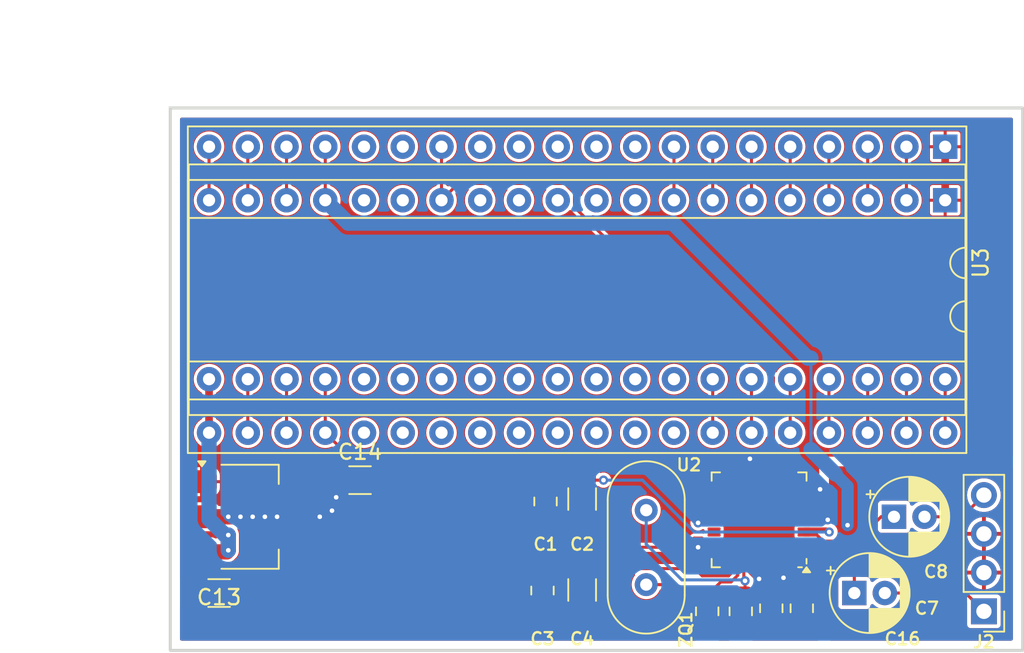
<source format=kicad_pcb>
(kicad_pcb (version 20240108) (generator "pcbnew") (generator_version "8.0")
  (layers (0 "F.Cu" signal) (31 "B.Cu" signal) (34 "B.Paste" user) (35 "F.Paste" user) (36 "B.SilkS" user "B.Silkscreen") (37 "F.SilkS" user "F.Silkscreen") (38 "B.Mask" user) (39 "F.Mask" user) (44 "Edge.Cuts" user))
  (net 0 "")
  (net 1 "Net-(U2-VCM)")
  (net 2 "GND")
  (net 3 "Net-(U2-OUTVC12)")
  (net 4 "Net-(U2-X1)")
  (net 5 "Net-(U2-X2)")
  (net 6 "Net-(U2-AOUTL)")
  (net 7 "Net-(U2-AOUTR)")
  (net 8 "GNDA")
  (net 9 "Net-(J2-Pin_4)")
  (net 10 "Net-(J2-Pin_1)")
  (net 11 "+5VA")
  (net 12 "+3.3V")
  (net 13 "/D1")
  (net 14 "/D2")
  (net 15 "/D3")
  (net 16 "/D4")
  (net 17 "/D5")
  (net 18 "/D6")
  (net 19 "/D7")
  (net 25 "/IOA2")
  (net 28 "/C")
  (net 29 "/B")
  (net 30 "/A")
  (net 31 "/SH")
  (net 32 "/OP-O")
  (net 33 "/{slash}RES")
  (net 43 "/{slash}CS")
  (net 44 "/{slash}WR")
  (net 45 "/{slash}RD")
  (net 46 "/A0")
  (net 47 "/M")
  (net 48 "/D0")
  (net 83 "/S")
  (footprint "Capacitor_SMD:C_0805_2012Metric_Pad1.18x1.45mm_HandSolder" (layer "F.Cu") (at 49.8 57.0375 -90)
    (property "Reference" "C3" (at 3.1625 0 180) (layer "F.SilkS") (effects (font (size 0.8 0.8))))
    (property "Value" "100n")
    (pad "1" smd roundrect (at -1.0375 0 270) (size 1.175 1.45) (layers "F.Cu" "F.Paste" "F.Mask") (roundrect_rratio 0.2127659574) (net 3 "Net-(U2-OUTVC12)"))
    (pad "2" smd roundrect (at 1.0375 0 270) (size 1.175 1.45) (layers "F.Cu" "F.Paste" "F.Mask") (roundrect_rratio 0.2127659574) (net 2 "GND"))
  )
  (footprint "Package_DFN_QFN:QFN-48-1EP_6x6mm_P0.4mm_EP4.2x4.2mm" (layer "F.Cu") (at 64 52.4 180)
    (property "Reference" "U2" (at 4.6 3.6 0) (layer "F.SilkS") (effects (font (size 0.8 0.8))))
    (property "Value" "SAM2695")
    (pad "1" smd roundrect (at -2.95 -2.2 180) (size 0.85 0.2) (layers "F.Cu" "F.Paste" "F.Mask") (net 6 "Net-(U2-AOUTL)"))
    (pad "2" smd roundrect (at -2.95 -1.8 180) (size 0.85 0.2) (layers "F.Cu" "F.Paste" "F.Mask") (net 7 "Net-(U2-AOUTR)"))
    (pad "3" smd roundrect (at -2.95 -1.4 180) (size 0.85 0.2) (layers "F.Cu" "F.Paste" "F.Mask"))
    (pad "4" smd roundrect (at -2.95 -1 180) (size 0.85 0.2) (layers "F.Cu" "F.Paste" "F.Mask") (net 8 "GNDA"))
    (pad "5" smd roundrect (at -2.95 -0.6 180) (size 0.85 0.2) (layers "F.Cu" "F.Paste" "F.Mask") (net 1 "Net-(U2-VCM)"))
    (pad "6" smd roundrect (at -2.95 -0.2 180) (size 0.85 0.2) (layers "F.Cu" "F.Paste" "F.Mask") (net 12 "+3.3V"))
    (pad "7" smd roundrect (at -2.95 0.2 180) (size 0.85 0.2) (layers "F.Cu" "F.Paste" "F.Mask") (net 8 "GNDA"))
    (pad "8" smd roundrect (at -2.95 0.6 180) (size 0.85 0.2) (layers "F.Cu" "F.Paste" "F.Mask") (net 12 "+3.3V"))
    (pad "9" smd roundrect (at -2.95 1 180) (size 0.85 0.2) (layers "F.Cu" "F.Paste" "F.Mask") (net 2 "GND"))
    (pad "10" smd roundrect (at -2.95 1.4 180) (size 0.85 0.2) (layers "F.Cu" "F.Paste" "F.Mask") (net 2 "GND"))
    (pad "11" smd roundrect (at -2.95 1.8 180) (size 0.85 0.2) (layers "F.Cu" "F.Paste" "F.Mask") (net 12 "+3.3V"))
    (pad "12" smd roundrect (at -2.95 2.2 180) (size 0.85 0.2) (layers "F.Cu" "F.Paste" "F.Mask") (net 12 "+3.3V"))
    (pad "13" smd roundrect (at -2.2 2.95 180) (size 0.2 0.85) (layers "F.Cu" "F.Paste" "F.Mask") (net 2 "GND"))
    (pad "14" smd roundrect (at -1.8 2.95 180) (size 0.2 0.85) (layers "F.Cu" "F.Paste" "F.Mask") (net 2 "GND"))
    (pad "15" smd roundrect (at -1.4 2.95 180) (size 0.2 0.85) (layers "F.Cu" "F.Paste" "F.Mask") (net 2 "GND"))
    (pad "16" smd roundrect (at -1 2.95 180) (size 0.2 0.85) (layers "F.Cu" "F.Paste" "F.Mask") (net 25 "/IOA2"))
    (pad "17" smd roundrect (at -0.6 2.95 180) (size 0.2 0.85) (layers "F.Cu" "F.Paste" "F.Mask"))
    (pad "18" smd roundrect (at -0.2 2.95 180) (size 0.2 0.85) (layers "F.Cu" "F.Paste" "F.Mask") (net 2 "GND"))
    (pad "19" smd roundrect (at 0.2 2.95 180) (size 0.2 0.85) (layers "F.Cu" "F.Paste" "F.Mask"))
    (pad "20" smd roundrect (at 0.6 2.95 180) (size 0.2 0.85) (layers "F.Cu" "F.Paste" "F.Mask") (net 12 "+3.3V"))
    (pad "21" smd roundrect (at 1 2.95 180) (size 0.2 0.85) (layers "F.Cu" "F.Paste" "F.Mask"))
    (pad "22" smd roundrect (at 1.4 2.95 180) (size 0.2 0.85) (layers "F.Cu" "F.Paste" "F.Mask"))
    (pad "23" smd roundrect (at 1.8 2.95 180) (size 0.2 0.85) (layers "F.Cu" "F.Paste" "F.Mask"))
    (pad "24" smd roundrect (at 2.2 2.95 180) (size 0.2 0.85) (layers "F.Cu" "F.Paste" "F.Mask"))
    (pad "25" smd roundrect (at 2.95 2.2 180) (size 0.85 0.2) (layers "F.Cu" "F.Paste" "F.Mask") (net 2 "GND"))
    (pad "26" smd roundrect (at 2.95 1.8 180) (size 0.85 0.2) (layers "F.Cu" "F.Paste" "F.Mask"))
    (pad "27" smd roundrect (at 2.95 1.4 180) (size 0.85 0.2) (layers "F.Cu" "F.Paste" "F.Mask"))
    (pad "28" smd roundrect (at 2.95 1 180) (size 0.85 0.2) (layers "F.Cu" "F.Paste" "F.Mask"))
    (pad "29" smd roundrect (at 2.95 0.6 180) (size 0.85 0.2) (layers "F.Cu" "F.Paste" "F.Mask"))
    (pad "30" smd roundrect (at 2.95 0.2 180) (size 0.85 0.2) (layers "F.Cu" "F.Paste" "F.Mask"))
    (pad "31" smd roundrect (at 2.95 -0.2 180) (size 0.85 0.2) (layers "F.Cu" "F.Paste" "F.Mask") (net 12 "+3.3V"))
    (pad "32" smd roundrect (at 2.95 -0.6 180) (size 0.85 0.2) (layers "F.Cu" "F.Paste" "F.Mask"))
    (pad "33" smd roundrect (at 2.95 -1 180) (size 0.85 0.2) (layers "F.Cu" "F.Paste" "F.Mask"))
    (pad "34" smd roundrect (at 2.95 -1.4 180) (size 0.85 0.2) (layers "F.Cu" "F.Paste" "F.Mask") (net 3 "Net-(U2-OUTVC12)"))
    (pad "35" smd roundrect (at 2.95 -1.8 180) (size 0.85 0.2) (layers "F.Cu" "F.Paste" "F.Mask") (net 12 "+3.3V"))
    (pad "36" smd roundrect (at 2.95 -2.2 180) (size 0.85 0.2) (layers "F.Cu" "F.Paste" "F.Mask") (net 2 "GND"))
    (pad "37" smd roundrect (at 2.2 -2.95 180) (size 0.2 0.85) (layers "F.Cu" "F.Paste" "F.Mask"))
    (pad "38" smd roundrect (at 1.8 -2.95 180) (size 0.2 0.85) (layers "F.Cu" "F.Paste" "F.Mask") (net 33 "/{slash}RES"))
    (pad "39" smd roundrect (at 1.4 -2.95 180) (size 0.2 0.85) (layers "F.Cu" "F.Paste" "F.Mask") (net 4 "Net-(U2-X1)"))
    (pad "40" smd roundrect (at 1 -2.95 180) (size 0.2 0.85) (layers "F.Cu" "F.Paste" "F.Mask") (net 5 "Net-(U2-X2)"))
    (pad "41" smd roundrect (at 0.6 -2.95 180) (size 0.2 0.85) (layers "F.Cu" "F.Paste" "F.Mask") (net 12 "+3.3V"))
    (pad "42" smd roundrect (at 0.2 -2.95 180) (size 0.2 0.85) (layers "F.Cu" "F.Paste" "F.Mask"))
    (pad "43" smd roundrect (at -0.2 -2.95 180) (size 0.2 0.85) (layers "F.Cu" "F.Paste" "F.Mask"))
    (pad "44" smd roundrect (at -0.6 -2.95 180) (size 0.2 0.85) (layers "F.Cu" "F.Paste" "F.Mask"))
    (pad "45" smd roundrect (at -1 -2.95 180) (size 0.2 0.85) (layers "F.Cu" "F.Paste" "F.Mask") (net 2 "GND"))
    (pad "46" smd roundrect (at -1.4 -2.95 180) (size 0.2 0.85) (layers "F.Cu" "F.Paste" "F.Mask") (net 12 "+3.3V"))
    (pad "47" smd roundrect (at -1.8 -2.95 180) (size 0.2 0.85) (layers "F.Cu" "F.Paste" "F.Mask") (net 12 "+3.3V"))
    (pad "48" smd roundrect (at -2.2 -2.95 180) (size 0.2 0.85) (layers "F.Cu" "F.Paste" "F.Mask") (net 2 "GND"))
    (pad "49" smd rect (at 0 0 180) (size 4.2 4.2) (property pad_prop_heatsink) (layers "F.Cu" "F.Mask") (net 2 "GND"))
  )
  (footprint "Capacitor_SMD:C_1206_3216Metric_Pad1.33x1.80mm_HandSolder" (layer "F.Cu") (at 52.4 57 -90)
    (property "Reference" "C4" (at 3.2 0 180) (layer "F.SilkS") (effects (font (size 0.8 0.8))))
    (property "Value" "10u")
    (pad "1" smd roundrect (at -1.5625 0 270) (size 1.325 1.8) (layers "F.Cu" "F.Paste" "F.Mask") (roundrect_rratio 0.1886792453) (net 3 "Net-(U2-OUTVC12)"))
    (pad "2" smd roundrect (at 1.5625 0 270) (size 1.325 1.8) (layers "F.Cu" "F.Paste" "F.Mask") (roundrect_rratio 0.1886792453) (net 2 "GND"))
  )
  (footprint "Capacitor_SMD:C_1206_3216Metric_Pad1.33x1.80mm_HandSolder" (layer "F.Cu") (at 28.6 57.2)
    (property "Reference" "C13" (at 0 0.28 0) (layer "F.SilkS"))
    (property "Value" "10u")
    (pad "1" smd roundrect (at -1.5625 0) (size 1.325 1.8) (layers "F.Cu" "F.Paste" "F.Mask") (roundrect_rratio 0.1886792453) (net 11 "+5VA"))
    (pad "2" smd roundrect (at 1.5625 0) (size 1.325 1.8) (layers "F.Cu" "F.Paste" "F.Mask") (roundrect_rratio 0.1886792453) (net 2 "GND"))
  )
  (footprint "Capacitor_SMD:C_0805_2012Metric_Pad1.18x1.45mm_HandSolder" (layer "F.Cu") (at 50 51.2 -90)
    (property "Reference" "C1" (at 2.8 0 180) (layer "F.SilkS") (effects (font (size 0.8 0.8))))
    (property "Value" "100n")
    (pad "1" smd roundrect (at -1.0375 0 270) (size 1.175 1.45) (layers "F.Cu" "F.Paste" "F.Mask") (roundrect_rratio 0.2127659574) (net 1 "Net-(U2-VCM)"))
    (pad "2" smd roundrect (at 1.0375 0 270) (size 1.175 1.45) (layers "F.Cu" "F.Paste" "F.Mask") (roundrect_rratio 0.2127659574) (net 2 "GND"))
  )
  (footprint "Capacitor_SMD:C_1206_3216Metric_Pad1.33x1.80mm_HandSolder" (layer "F.Cu") (at 37.8375 49.8)
    (property "Reference" "C14" (at 0 -1.85 0) (layer "F.SilkS"))
    (property "Value" "10u")
    (pad "1" smd roundrect (at -1.5625 0) (size 1.325 1.8) (layers "F.Cu" "F.Paste" "F.Mask") (roundrect_rratio 0.1886792453) (net 12 "+3.3V"))
    (pad "2" smd roundrect (at 1.5625 0) (size 1.325 1.8) (layers "F.Cu" "F.Paste" "F.Mask") (roundrect_rratio 0.1886792453) (net 2 "GND"))
  )
  (footprint "Capacitor_SMD:C_0805_2012Metric_Pad1.18x1.45mm_HandSolder" (layer "F.Cu") (at 60.6 58.4 -90)
    (property "Reference" "C5" (hide yes))
    (property "Value" "22p")
    (pad "1" smd roundrect (at -1.0375 0 270) (size 1.175 1.45) (layers "F.Cu" "F.Paste" "F.Mask") (roundrect_rratio 0.2127659574) (net 4 "Net-(U2-X1)"))
    (pad "2" smd roundrect (at 1.0375 0 270) (size 1.175 1.45) (layers "F.Cu" "F.Paste" "F.Mask") (roundrect_rratio 0.2127659574) (net 2 "GND"))
  )
  (footprint "Package_DIP:DIP-40_W15.24mm_Socket" (layer "F.Cu") (at 76.2 31.45 -90)
    (property "Reference" "J1" (hide yes))
    (property "Value" "YM2203_Conn" (hide yes))
    (pad "1" thru_hole rect (at 0 0 270) (size 1.6 1.6) (drill 0.8) (layers "*.Cu" "*.Mask") (net 2 "GND"))
    (pad "2" thru_hole oval (at 0 2.54 270) (size 1.6 1.6) (drill 0.8) (layers "*.Cu" "*.Mask") (net 13 "/D1"))
    (pad "3" thru_hole oval (at 0 5.08 270) (size 1.6 1.6) (drill 0.8) (layers "*.Cu" "*.Mask") (net 14 "/D2"))
    (pad "4" thru_hole oval (at 0 7.62 270) (size 1.6 1.6) (drill 0.8) (layers "*.Cu" "*.Mask") (net 15 "/D3"))
    (pad "5" thru_hole oval (at 0 10.16 270) (size 1.6 1.6) (drill 0.8) (layers "*.Cu" "*.Mask") (net 16 "/D4"))
    (pad "6" thru_hole oval (at 0 12.7 270) (size 1.6 1.6) (drill 0.8) (layers "*.Cu" "*.Mask") (net 17 "/D5"))
    (pad "7" thru_hole oval (at 0 15.24 270) (size 1.6 1.6) (drill 0.8) (layers "*.Cu" "*.Mask") (net 18 "/D6"))
    (pad "8" thru_hole oval (at 0 17.78 270) (size 1.6 1.6) (drill 0.8) (layers "*.Cu" "*.Mask") (net 19 "/D7"))
    (pad "9" thru_hole oval (at 0 20.32 270) (size 1.6 1.6) (drill 0.8) (layers "*.Cu" "*.Mask"))
    (pad "10" thru_hole oval (at 0 22.86 270) (size 1.6 1.6) (drill 0.8) (layers "*.Cu" "*.Mask"))
    (pad "11" thru_hole oval (at 0 25.4 270) (size 1.6 1.6) (drill 0.8) (layers "*.Cu" "*.Mask"))
    (pad "12" thru_hole oval (at 0 27.94 270) (size 1.6 1.6) (drill 0.8) (layers "*.Cu" "*.Mask"))
    (pad "13" thru_hole oval (at 0 30.48 270) (size 1.6 1.6) (drill 0.8) (layers "*.Cu" "*.Mask"))
    (pad "14" thru_hole oval (at 0 33.02 270) (size 1.6 1.6) (drill 0.8) (layers "*.Cu" "*.Mask") (net 25 "/IOA2"))
    (pad "15" thru_hole oval (at 0 35.56 270) (size 1.6 1.6) (drill 0.8) (layers "*.Cu" "*.Mask"))
    (pad "16" thru_hole oval (at 0 38.1 270) (size 1.6 1.6) (drill 0.8) (layers "*.Cu" "*.Mask"))
    (pad "17" thru_hole oval (at 0 40.64 270) (size 1.6 1.6) (drill 0.8) (layers "*.Cu" "*.Mask") (net 8 "GNDA"))
    (pad "18" thru_hole oval (at 0 43.18 270) (size 1.6 1.6) (drill 0.8) (layers "*.Cu" "*.Mask") (net 28 "/C"))
    (pad "19" thru_hole oval (at 0 45.72 270) (size 1.6 1.6) (drill 0.8) (layers "*.Cu" "*.Mask") (net 29 "/B"))
    (pad "20" thru_hole oval (at 0 48.26 270) (size 1.6 1.6) (drill 0.8) (layers "*.Cu" "*.Mask") (net 30 "/A"))
    (pad "21" thru_hole oval (at 15.24 48.26 270) (size 1.6 1.6) (drill 0.8) (layers "*.Cu" "*.Mask") (net 11 "+5VA"))
    (pad "22" thru_hole oval (at 15.24 45.72 270) (size 1.6 1.6) (drill 0.8) (layers "*.Cu" "*.Mask") (net 31 "/SH"))
    (pad "23" thru_hole oval (at 15.24 43.18 270) (size 1.6 1.6) (drill 0.8) (layers "*.Cu" "*.Mask") (net 32 "/OP-O"))
    (pad "24" thru_hole oval (at 15.24 40.64 270) (size 1.6 1.6) (drill 0.8) (layers "*.Cu" "*.Mask") (net 33 "/{slash}RES"))
    (pad "25" thru_hole oval (at 15.24 38.1 270) (size 1.6 1.6) (drill 0.8) (layers "*.Cu" "*.Mask"))
    (pad "26" thru_hole oval (at 15.24 35.56 270) (size 1.6 1.6) (drill 0.8) (layers "*.Cu" "*.Mask"))
    (pad "27" thru_hole oval (at 15.24 33.02 270) (size 1.6 1.6) (drill 0.8) (layers "*.Cu" "*.Mask"))
    (pad "28" thru_hole oval (at 15.24 30.48 270) (size 1.6 1.6) (drill 0.8) (layers "*.Cu" "*.Mask"))
    (pad "29" thru_hole oval (at 15.24 27.94 270) (size 1.6 1.6) (drill 0.8) (layers "*.Cu" "*.Mask"))
    (pad "30" thru_hole oval (at 15.24 25.4 270) (size 1.6 1.6) (drill 0.8) (layers "*.Cu" "*.Mask"))
    (pad "31" thru_hole oval (at 15.24 22.86 270) (size 1.6 1.6) (drill 0.8) (layers "*.Cu" "*.Mask"))
    (pad "32" thru_hole oval (at 15.24 20.32 270) (size 1.6 1.6) (drill 0.8) (layers "*.Cu" "*.Mask"))
    (pad "33" thru_hole oval (at 15.24 17.78 270) (size 1.6 1.6) (drill 0.8) (layers "*.Cu" "*.Mask"))
    (pad "34" thru_hole oval (at 15.24 15.24 270) (size 1.6 1.6) (drill 0.8) (layers "*.Cu" "*.Mask") (net 43 "/{slash}CS"))
    (pad "35" thru_hole oval (at 15.24 12.7 270) (size 1.6 1.6) (drill 0.8) (layers "*.Cu" "*.Mask") (net 44 "/{slash}WR"))
    (pad "36" thru_hole oval (at 15.24 10.16 270) (size 1.6 1.6) (drill 0.8) (layers "*.Cu" "*.Mask") (net 45 "/{slash}RD"))
    (pad "37" thru_hole oval (at 15.24 7.62 270) (size 1.6 1.6) (drill 0.8) (layers "*.Cu" "*.Mask") (net 46 "/A0"))
    (pad "38" thru_hole oval (at 15.24 5.08 270) (size 1.6 1.6) (drill 0.8) (layers "*.Cu" "*.Mask") (net 47 "/M"))
    (pad "39" thru_hole oval (at 15.24 2.54 270) (size 1.6 1.6) (drill 0.8) (layers "*.Cu" "*.Mask") (net 83 "/S"))
    (pad "40" thru_hole oval (at 15.24 0 270) (size 1.6 1.6) (drill 0.8) (layers "*.Cu" "*.Mask") (net 48 "/D0"))
  )
  (footprint "Capacitor_SMD:C_1206_3216Metric_Pad1.33x1.80mm_HandSolder" (layer "F.Cu") (at 52.4 51.0375 -90)
    (property "Reference" "C2" (at 2.9625 0 180) (layer "F.SilkS") (effects (font (size 0.8 0.8))))
    (property "Value" "10u")
    (pad "1" smd roundrect (at -1.5625 0 270) (size 1.325 1.8) (layers "F.Cu" "F.Paste" "F.Mask") (roundrect_rratio 0.1886792453) (net 1 "Net-(U2-VCM)"))
    (pad "2" smd roundrect (at 1.5625 0 270) (size 1.325 1.8) (layers "F.Cu" "F.Paste" "F.Mask") (roundrect_rratio 0.1886792453) (net 2 "GND"))
  )
  (footprint "Capacitor_SMD:C_0805_2012Metric_Pad1.18x1.45mm_HandSolder" (layer "F.Cu") (at 64.8 58.2 -90)
    (property "Reference" "C15" (hide yes))
    (property "Value" "100n")
    (pad "1" smd roundrect (at -1.0375 0 270) (size 1.175 1.45) (layers "F.Cu" "F.Paste" "F.Mask") (roundrect_rratio 0.2127659574) (net 12 "+3.3V"))
    (pad "2" smd roundrect (at 1.0375 0 270) (size 1.175 1.45) (layers "F.Cu" "F.Paste" "F.Mask") (roundrect_rratio 0.2127659574) (net 2 "GND"))
  )
  (footprint "Package_TO_SOT_SMD:SOT-223-3_TabPin2" (layer "F.Cu") (at 30.6 52.2)
    (property "Reference" "U4" (hide yes))
    (property "Value" "1117-3.3")
    (pad "1" smd roundrect (at -3.15 -2.3) (size 2 1.5) (layers "F.Cu" "F.Paste" "F.Mask") (net 2 "GND"))
    (pad "2" smd roundrect (at -3.15 0) (size 2 1.5) (layers "F.Cu" "F.Paste" "F.Mask") (net 12 "+3.3V"))
    (pad "2" smd roundrect (at 3.15 0) (size 2 3.8) (layers "F.Cu" "F.Paste" "F.Mask") (net 12 "+3.3V"))
    (pad "3" smd roundrect (at -3.15 2.3) (size 2 1.5) (layers "F.Cu" "F.Paste" "F.Mask") (net 11 "+5VA"))
  )
  (footprint "Capacitor_THT:CP_Radial_D5.0mm_P2.00mm" (layer "F.Cu") (at 72.844888 52.2)
    (property "Reference" "C8" (at 2.755112 3.6 0) (layer "F.SilkS") (effects (font (size 0.8 0.8))))
    (property "Value" "10u")
    (pad "1" thru_hole rect (at 0 0) (size 1.6 1.6) (drill 0.8) (layers "*.Cu" "*.Mask") (net 7 "Net-(U2-AOUTR)"))
    (pad "2" thru_hole circle (at 2 0) (size 1.6 1.6) (drill 0.8) (layers "*.Cu" "*.Mask") (net 9 "Net-(J2-Pin_4)"))
  )
  (footprint "Capacitor_SMD:C_0805_2012Metric_Pad1.18x1.45mm_HandSolder" (layer "F.Cu") (at 66.8 58.2 -90)
    (property "Reference" "C16" (at 2 -6.6 180) (layer "F.SilkS") (effects (font (size 0.8 0.8))))
    (property "Value" "100n")
    (pad "1" smd roundrect (at -1.0375 0 270) (size 1.175 1.45) (layers "F.Cu" "F.Paste" "F.Mask") (roundrect_rratio 0.2127659574) (net 12 "+3.3V"))
    (pad "2" smd roundrect (at 1.0375 0 270) (size 1.175 1.45) (layers "F.Cu" "F.Paste" "F.Mask") (roundrect_rratio 0.2127659574) (net 2 "GND"))
  )
  (footprint "Capacitor_THT:CP_Radial_D5.0mm_P2.00mm" (layer "F.Cu") (at 70.244888 57.2)
    (property "Reference" "C7" (at 4.755112 1 0) (layer "F.SilkS") (effects (font (size 0.8 0.8))))
    (property "Value" "10u")
    (pad "1" thru_hole rect (at 0 0) (size 1.6 1.6) (drill 0.8) (layers "*.Cu" "*.Mask") (net 6 "Net-(U2-AOUTL)"))
    (pad "2" thru_hole circle (at 2 0) (size 1.6 1.6) (drill 0.8) (layers "*.Cu" "*.Mask") (net 10 "Net-(J2-Pin_1)"))
  )
  (footprint "Crystal:Crystal_HC49-U_Vertical" (layer "F.Cu") (at 56.6 56.65 90)
    (property "Reference" "ZQ1" (at -2.95 2.6 90) (layer "F.SilkS") (effects (font (size 0.8 0.8))))
    (property "Value" "12MHz")
    (pad "1" thru_hole circle (at 0 0 90) (size 1.5 1.5) (drill 0.8) (layers "*.Cu" "*.Mask") (net 4 "Net-(U2-X1)"))
    (pad "2" thru_hole circle (at 4.88 0 90) (size 1.5 1.5) (drill 0.8) (layers "*.Cu" "*.Mask") (net 5 "Net-(U2-X2)"))
  )
  (footprint "Capacitor_SMD:C_0805_2012Metric_Pad1.18x1.45mm_HandSolder" (layer "F.Cu") (at 62.8 58.4 90)
    (property "Reference" "C6" (hide yes))
    (property "Value" "22p")
    (pad "1" smd roundrect (at -1.0375 0 90) (size 1.175 1.45) (layers "F.Cu" "F.Paste" "F.Mask") (roundrect_rratio 0.2127659574) (net 2 "GND"))
    (pad "2" smd roundrect (at 1.0375 0 90) (size 1.175 1.45) (layers "F.Cu" "F.Paste" "F.Mask") (roundrect_rratio 0.2127659574) (net 5 "Net-(U2-X2)"))
  )
  (footprint "Connector_PinHeader_2.54mm:PinHeader_1x04_P2.54mm_Vertical" (layer "F.Cu") (at 78.74 58.4 180)
    (property "Reference" "J2" (at 0 -2 180) (layer "F.SilkS") (effects (font (size 0.8 0.8))))
    (property "Value" "Conn_01x04" (hide yes))
    (pad "1" thru_hole rect (at 0 0 180) (size 1.7 1.7) (drill 1) (layers "*.Cu" "*.Mask") (net 10 "Net-(J2-Pin_1)"))
    (pad "2" thru_hole oval (at 0 2.54 180) (size 1.7 1.7) (drill 1) (layers "*.Cu" "*.Mask") (net 8 "GNDA"))
    (pad "3" thru_hole oval (at 0 5.08 180) (size 1.7 1.7) (drill 1) (layers "*.Cu" "*.Mask") (net 8 "GNDA"))
    (pad "4" thru_hole oval (at 0 7.62 180) (size 1.7 1.7) (drill 1) (layers "*.Cu" "*.Mask") (net 9 "Net-(J2-Pin_4)"))
  )
  (footprint "Package_DIP:DIP-40_W15.24mm_Socket" (layer "F.Cu") (at 76.2 27.94 -90)
    (property "Reference" "U3" (at 7.62 -2.33 90) (layer "F.SilkS"))
    (property "Value" "YM2203")
    (pad "1" thru_hole rect (at 0 0 270) (size 1.6 1.6) (drill 0.8) (layers "*.Cu" "*.Mask") (net 2 "GND"))
    (pad "2" thru_hole oval (at 0 2.54 270) (size 1.6 1.6) (drill 0.8) (layers "*.Cu" "*.Mask") (net 13 "/D1"))
    (pad "3" thru_hole oval (at 0 5.08 270) (size 1.6 1.6) (drill 0.8) (layers "*.Cu" "*.Mask") (net 14 "/D2"))
    (pad "4" thru_hole oval (at 0 7.62 270) (size 1.6 1.6) (drill 0.8) (layers "*.Cu" "*.Mask") (net 15 "/D3"))
    (pad "5" thru_hole oval (at 0 10.16 270) (size 1.6 1.6) (drill 0.8) (layers "*.Cu" "*.Mask") (net 16 "/D4"))
    (pad "6" thru_hole oval (at 0 12.7 270) (size 1.6 1.6) (drill 0.8) (layers "*.Cu" "*.Mask") (net 17 "/D5"))
    (pad "7" thru_hole oval (at 0 15.24 270) (size 1.6 1.6) (drill 0.8) (layers "*.Cu" "*.Mask") (net 18 "/D6"))
    (pad "8" thru_hole oval (at 0 17.78 270) (size 1.6 1.6) (drill 0.8) (layers "*.Cu" "*.Mask") (net 19 "/D7"))
    (pad "9" thru_hole oval (at 0 20.32 270) (size 1.6 1.6) (drill 0.8) (layers "*.Cu" "*.Mask"))
    (pad "10" thru_hole oval (at 0 22.86 270) (size 1.6 1.6) (drill 0.8) (layers "*.Cu" "*.Mask"))
    (pad "11" thru_hole oval (at 0 25.4 270) (size 1.6 1.6) (drill 0.8) (layers "*.Cu" "*.Mask"))
    (pad "12" thru_hole oval (at 0 27.94 270) (size 1.6 1.6) (drill 0.8) (layers "*.Cu" "*.Mask"))
    (pad "13" thru_hole oval (at 0 30.48 270) (size 1.6 1.6) (drill 0.8) (layers "*.Cu" "*.Mask"))
    (pad "14" thru_hole oval (at 0 33.02 270) (size 1.6 1.6) (drill 0.8) (layers "*.Cu" "*.Mask") (net 25 "/IOA2"))
    (pad "15" thru_hole oval (at 0 35.56 270) (size 1.6 1.6) (drill 0.8) (layers "*.Cu" "*.Mask"))
    (pad "16" thru_hole oval (at 0 38.1 270) (size 1.6 1.6) (drill 0.8) (layers "*.Cu" "*.Mask"))
    (pad "17" thru_hole oval (at 0 40.64 270) (size 1.6 1.6) (drill 0.8) (layers "*.Cu" "*.Mask") (net 8 "GNDA"))
    (pad "18" thru_hole oval (at 0 43.18 270) (size 1.6 1.6) (drill 0.8) (layers "*.Cu" "*.Mask") (net 28 "/C"))
    (pad "19" thru_hole oval (at 0 45.72 270) (size 1.6 1.6) (drill 0.8) (layers "*.Cu" "*.Mask") (net 29 "/B"))
    (pad "20" thru_hole oval (at 0 48.26 270) (size 1.6 1.6) (drill 0.8) (layers "*.Cu" "*.Mask") (net 30 "/A"))
    (pad "21" thru_hole oval (at 15.24 48.26 270) (size 1.6 1.6) (drill 0.8) (layers "*.Cu" "*.Mask") (net 11 "+5VA"))
    (pad "22" thru_hole oval (at 15.24 45.72 270) (size 1.6 1.6) (drill 0.8) (layers "*.Cu" "*.Mask") (net 31 "/SH"))
    (pad "23" thru_hole oval (at 15.24 43.18 270) (size 1.6 1.6) (drill 0.8) (layers "*.Cu" "*.Mask") (net 32 "/OP-O"))
    (pad "24" thru_hole oval (at 15.24 40.64 270) (size 1.6 1.6) (drill 0.8) (layers "*.Cu" "*.Mask") (net 33 "/{slash}RES"))
    (pad "25" thru_hole oval (at 15.24 38.1 270) (size 1.6 1.6) (drill 0.8) (layers "*.Cu" "*.Mask"))
    (pad "26" thru_hole oval (at 15.24 35.56 270) (size 1.6 1.6) (drill 0.8) (layers "*.Cu" "*.Mask"))
    (pad "27" thru_hole oval (at 15.24 33.02 270) (size 1.6 1.6) (drill 0.8) (layers "*.Cu" "*.Mask"))
    (pad "28" thru_hole oval (at 15.24 30.48 270) (size 1.6 1.6) (drill 0.8) (layers "*.Cu" "*.Mask"))
    (pad "29" thru_hole oval (at 15.24 27.94 270) (size 1.6 1.6) (drill 0.8) (layers "*.Cu" "*.Mask"))
    (pad "30" thru_hole oval (at 15.24 25.4 270) (size 1.6 1.6) (drill 0.8) (layers "*.Cu" "*.Mask"))
    (pad "31" thru_hole oval (at 15.24 22.86 270) (size 1.6 1.6) (drill 0.8) (layers "*.Cu" "*.Mask"))
    (pad "32" thru_hole oval (at 15.24 20.32 270) (size 1.6 1.6) (drill 0.8) (layers "*.Cu" "*.Mask"))
    (pad "33" thru_hole oval (at 15.24 17.78 270) (size 1.6 1.6) (drill 0.8) (layers "*.Cu" "*.Mask"))
    (pad "34" thru_hole oval (at 15.24 15.24 270) (size 1.6 1.6) (drill 0.8) (layers "*.Cu" "*.Mask") (net 43 "/{slash}CS"))
    (pad "35" thru_hole oval (at 15.24 12.7 270) (size 1.6 1.6) (drill 0.8) (layers "*.Cu" "*.Mask") (net 44 "/{slash}WR"))
    (pad "36" thru_hole oval (at 15.24 10.16 270) (size 1.6 1.6) (drill 0.8) (layers "*.Cu" "*.Mask") (net 45 "/{slash}RD"))
    (pad "37" thru_hole oval (at 15.24 7.62 270) (size 1.6 1.6) (drill 0.8) (layers "*.Cu" "*.Mask") (net 46 "/A0"))
    (pad "38" thru_hole oval (at 15.24 5.08 270) (size 1.6 1.6) (drill 0.8) (layers "*.Cu" "*.Mask") (net 47 "/M"))
    (pad "39" thru_hole oval (at 15.24 2.54 270) (size 1.6 1.6) (drill 0.8) (layers "*.Cu" "*.Mask") (net 83 "/S"))
    (pad "40" thru_hole oval (at 15.24 0 270) (size 1.6 1.6) (drill 0.8) (layers "*.Cu" "*.Mask") (net 48 "/D0"))
  )
  (gr_rect (start 25.4 25.4) (end 81.28 60.96) (stroke (width 0.2)) (fill none) (layer "Edge.Cuts"))
  (segment (start 52.725 49.8) (end 52.4 49.475) (width 0.2) (layer "F.Cu") (net 1))
  (segment (start 53.8 49.8) (end 52.725 49.8) (width 0.2) (layer "F.Cu") (net 1))
  (segment (start 68.594788 53.200003) (end 68.394785 53) (width 0.2) (layer "F.Cu") (net 1))
  (segment (start 68.394785 53) (end 66.95 53) (width 0.2) (layer "F.Cu") (net 1))
  (segment (start 50.6875 49.475) (end 50 50.1625) (width 0.2) (layer "F.Cu") (net 1))
  (segment (start 52.4 49.475) (end 50.6875 49.475) (width 0.2) (layer "F.Cu") (net 1))
  (segment (start 52.475 49.4) (end 52.4 49.475) (width 0.2) (layer "F.Cu") (net 1))
  (via (at 53.8 49.8) (size 0.6) (drill 0.3) (layers "F.Cu" "B.Cu") (net 1))
  (via (at 68.594788 53.200003) (size 0.6) (drill 0.3) (layers "F.Cu" "B.Cu") (net 1))
  (segment (start 56.351471 49.8) (end 53.8 49.8) (width 0.2) (layer "B.Cu") (net 1))
  (segment (start 68.594788 53.200003) (end 59.751474 53.200003) (width 0.2) (layer "B.Cu") (net 1))
  (segment (start 59.751474 53.200003) (end 56.351471 49.8) (width 0.2) (layer "B.Cu") (net 1))
  (segment (start 66.2 50.2) (end 64 52.4) (width 0.2) (layer "F.Cu") (net 2))
  (segment (start 65.4 49.45) (end 65.4 51) (width 0.2) (layer "F.Cu") (net 2))
  (segment (start 66.95 51) (end 65.4 51) (width 0.2) (layer "F.Cu") (net 2))
  (segment (start 65.4 51) (end 64 52.4) (width 0.2) (layer "F.Cu") (net 2))
  (segment (start 61.05 54.6) (end 61.8 54.6) (width 0.2) (layer "F.Cu") (net 2))
  (segment (start 61.8 54.6) (end 64 52.4) (width 0.2) (layer "F.Cu") (net 2))
  (segment (start 76.2 27.94) (end 76.2 31.45) (width 0.5) (layer "F.Cu") (net 2))
  (segment (start 65 53.4) (end 64 52.4) (width 0.2) (layer "F.Cu") (net 2))
  (segment (start 64.2 49.45) (end 64.2 52.2) (width 0.2) (layer "F.Cu") (net 2))
  (segment (start 61.05 50.2) (end 61.8 50.2) (width 0.2) (layer "F.Cu") (net 2))
  (segment (start 66.2 54.6) (end 64 52.4) (width 0.2) (layer "F.Cu") (net 2))
  (segment (start 65 55.35) (end 65 53.4) (width 0.2) (layer "F.Cu") (net 2))
  (segment (start 65.8 50.6) (end 64 52.4) (width 0.2) (layer "F.Cu") (net 2))
  (segment (start 66.2 49.45) (end 66.2 50.2) (width 0.2) (layer "F.Cu") (net 2))
  (segment (start 66.95 51.4) (end 65 51.4) (width 0.2) (layer "F.Cu") (net 2))
  (segment (start 65 51.4) (end 64 52.4) (width 0.2) (layer "F.Cu") (net 2))
  (segment (start 65.8 49.45) (end 65.8 50.6) (width 0.2) (layer "F.Cu") (net 2))
  (segment (start 64.2 52.2) (end 64 52.4) (width 0.2) (layer "F.Cu") (net 2))
  (segment (start 61.8 50.2) (end 64 52.4) (width 0.2) (layer "F.Cu") (net 2))
  (segment (start 66.2 55.35) (end 66.2 54.6) (width 0.2) (layer "F.Cu") (net 2))
  (segment (start 53.9625 55.4375) (end 55.2 54.2) (width 0.2) (layer "F.Cu") (net 3))
  (segment (start 60.448529 53.8) (end 61.05 53.8) (width 0.2) (layer "F.Cu") (net 3))
  (segment (start 60.248529 53.6) (end 60.448529 53.8) (width 0.2) (layer "F.Cu") (net 3))
  (segment (start 50 56) (end 50.5625 55.4375) (width 0.2) (layer "F.Cu") (net 3))
  (segment (start 49.8 56) (end 50 56) (width 0.2) (layer "F.Cu") (net 3))
  (segment (start 52.4 55.4375) (end 53.9625 55.4375) (width 0.2) (layer "F.Cu") (net 3))
  (segment (start 59.751471 53.6) (end 60.248529 53.6) (width 0.2) (layer "F.Cu") (net 3))
  (segment (start 50.5625 55.4375) (end 52.4 55.4375) (width 0.2) (layer "F.Cu") (net 3))
  (segment (start 59.151471 54.2) (end 59.751471 53.6) (width 0.2) (layer "F.Cu") (net 3))
  (segment (start 55.2 54.2) (end 59.151471 54.2) (width 0.2) (layer "F.Cu") (net 3))
  (segment (start 62.162046 56.475) (end 62.6 56.037046) (width 0.2) (layer "F.Cu") (net 4))
  (segment (start 58.6 57.4) (end 60.5625 57.4) (width 0.2) (layer "F.Cu") (net 4))
  (segment (start 61.4875 56.475) (end 62.162046 56.475) (width 0.2) (layer "F.Cu") (net 4))
  (segment (start 60.5625 57.4) (end 61.4875 56.475) (width 0.2) (layer "F.Cu") (net 4))
  (segment (start 62.6 56.037046) (end 62.6 55.35) (width 0.2) (layer "F.Cu") (net 4))
  (segment (start 57.85 56.65) (end 58.6 57.4) (width 0.2) (layer "F.Cu") (net 4))
  (segment (start 56.6 56.65) (end 57.85 56.65) (width 0.2) (layer "F.Cu") (net 4))
  (segment (start 63.078991 56.398388) (end 63.078991 57.083509) (width 0.2) (layer "F.Cu") (net 5))
  (segment (start 63.078991 57.083509) (end 62.8 57.3625) (width 0.2) (layer "F.Cu") (net 5))
  (segment (start 63 56.319397) (end 63 55.35) (width 0.2) (layer "F.Cu") (net 5))
  (segment (start 63.078991 56.398388) (end 63 56.319397) (width 0.2) (layer "F.Cu") (net 5))
  (via (at 63.078991 56.398388) (size 0.6) (drill 0.3) (layers "F.Cu" "B.Cu") (net 5))
  (segment (start 63.018709 56.338106) (end 58.938106 56.338106) (width 0.2) (layer "B.Cu") (net 5))
  (segment (start 63.078991 56.398388) (end 63.018709 56.338106) (width 0.2) (layer "B.Cu") (net 5))
  (segment (start 56.6 54) (end 56.6 51.77) (width 0.2) (layer "B.Cu") (net 5))
  (segment (start 58.938106 56.338106) (end 56.6 54) (width 0.2) (layer "B.Cu") (net 5))
  (segment (start 66.95 54.6) (end 68.8 54.6) (width 0.2) (layer "F.Cu") (net 6))
  (segment (start 68.8 54.6) (end 70.244888 56.044888) (width 0.2) (layer "F.Cu") (net 6))
  (segment (start 70.244888 56.044888) (end 70.244888 57.2) (width 0.2) (layer "F.Cu") (net 6))
  (segment (start 72 52.2) (end 72.844888 52.2) (width 0.2) (layer "F.Cu") (net 7))
  (segment (start 72.39 52.07) (end 72.39 52.054888) (width 0.2) (layer "F.Cu") (net 7))
  (segment (start 66.95 54.2) (end 70 54.2) (width 0.2) (layer "F.Cu") (net 7))
  (segment (start 70 54.2) (end 72 52.2) (width 0.2) (layer "F.Cu") (net 7))
  (segment (start 69.4 52.751471) (end 69.4 53.4) (width 0.2) (layer "F.Cu") (net 8))
  (segment (start 69.4 53.4) (end 69 53.8) (width 0.2) (layer "F.Cu") (net 8))
  (segment (start 68.251471 51.8) (end 67.851471 52.2) (width 0.2) (layer "F.Cu") (net 8))
  (segment (start 69.4 52.751471) (end 69.4 52.2) (width 0.2) (layer "F.Cu") (net 8))
  (segment (start 69 51.8) (end 68.251471 51.8) (width 0.2) (layer "F.Cu") (net 8))
  (segment (start 67.8 53.4) (end 66.95 53.4) (width 0.2) (layer "F.Cu") (net 8))
  (segment (start 69 53.8) (end 68.2 53.8) (width 0.2) (layer "F.Cu") (net 8))
  (segment (start 35.56 27.94) (end 35.56 31.45) (width 0.2) (layer "F.Cu") (net 8))
  (segment (start 68.2 53.8) (end 67.8 53.4) (width 0.2) (layer "F.Cu") (net 8))
  (segment (start 67.851471 52.2) (end 66.95 52.2) (width 0.2) (layer "F.Cu") (net 8))
  (segment (start 69.8 52.751471) (end 69.4 52.751471) (width 0.2) (layer "F.Cu") (net 8))
  (segment (start 69.4 52.2) (end 69 51.8) (width 0.2) (layer "F.Cu") (net 8))
  (via (at 69.8 52.751471) (size 0.6) (drill 0.3) (layers "F.Cu" "B.Cu") (net 8))
  (segment (start 58.35 32.95) (end 67.2 41.8) (width 1) (layer "B.Cu") (net 8))
  (segment (start 69.8 50.2) (end 69 49.4) (width 0.8) (layer "B.Cu") (net 8))
  (segment (start 37.06 32.95) (end 58.35 32.95) (width 1) (layer "B.Cu") (net 8))
  (segment (start 67.4 41.8) (end 67.4 47.8) (width 0.2) (layer "B.Cu") (net 8))
  (segment (start 67.2 41.8) (end 67.4 41.8) (width 1) (layer "B.Cu") (net 8))
  (segment (start 35.56 31.45) (end 37.06 32.95) (width 1) (layer "B.Cu") (net 8))
  (segment (start 69 49.4) (end 67.4 47.8) (width 1) (layer "B.Cu") (net 8))
  (segment (start 69.8 52.751471) (end 69.8 50.2) (width 0.8) (layer "B.Cu") (net 8))
  (segment (start 77.32 52.2) (end 78.74 50.78) (width 0.2) (layer "F.Cu") (net 9))
  (segment (start 74.844888 52.2) (end 77.32 52.2) (width 0.2) (layer "F.Cu") (net 9))
  (segment (start 78.74 58.4) (end 77.54 57.2) (width 0.2) (layer "F.Cu") (net 10))
  (segment (start 77.54 57.2) (end 72.244888 57.2) (width 0.2) (layer "F.Cu") (net 10))
  (segment (start 78.74 58.42) (end 78.74 58.4) (width 0.2) (layer "F.Cu") (net 10))
  (segment (start 27.45 55.85) (end 27.45 56.7875) (width 1) (layer "F.Cu") (net 11))
  (segment (start 29.1 54.5) (end 29.2 54.4) (width 1) (layer "F.Cu") (net 11))
  (segment (start 29.2 54.4) (end 29.2 53.4) (width 1) (layer "F.Cu") (net 11))
  (segment (start 27.45 56.7875) (end 27.0375 57.2) (width 1) (layer "F.Cu") (net 11))
  (segment (start 27.45 55.85) (end 27.45 54.5) (width 1) (layer "F.Cu") (net 11))
  (segment (start 27.94 43.18) (end 27.94 46.69) (width 0.5) (layer "F.Cu") (net 11))
  (segment (start 27.45 54.5) (end 29.1 54.5) (width 1) (layer "F.Cu") (net 11))
  (via (at 29.2 53.4) (size 0.6) (drill 0.3) (layers "F.Cu" "B.Cu") (net 11))
  (via (at 29.2 54.4) (size 0.6) (drill 0.3) (layers "F.Cu" "B.Cu") (net 11))
  (segment (start 27.94 52.354214) (end 27.94 46.69) (width 1) (layer "B.Cu") (net 11))
  (segment (start 29.2 53.4) (end 28.985786 53.4) (width 1) (layer "B.Cu") (net 11))
  (segment (start 29.2 54.4) (end 29.2 53.4) (width 1) (layer "B.Cu") (net 11))
  (segment (start 28.985786 53.4) (end 27.94 52.354214) (width 1) (layer "B.Cu") (net 11))
  (segment (start 35.2 52.2) (end 35.6 52.2) (width 1) (layer "F.Cu") (net 12))
  (segment (start 68.5 52.4) (end 68.3 52.6) (width 0.2) (layer "F.Cu") (net 12))
  (segment (start 67.8 50.6) (end 68 50.4) (width 0.2) (layer "F.Cu") (net 12))
  (segment (start 68.3 52.6) (end 66.95 52.6) (width 0.2) (layer "F.Cu") (net 12))
  (segment (start 36.275 50.925) (end 36.275 49.8) (width 1) (layer "F.Cu") (net 12))
  (segment (start 33.75 52.2) (end 35.2 52.2) (width 1) (layer "F.Cu") (net 12))
  (segment (start 32.4 52.2) (end 33.75 52.2) (width 1) (layer "F.Cu") (net 12))
  (segment (start 65.8375 56.2) (end 66.8 57.1625) (width 0.2) (layer "F.Cu") (net 12))
  (segment (start 64 56.3625) (end 64.8 57.1625) (width 0.2) (layer "F.Cu") (net 12))
  (segment (start 66.95 51.8) (end 67.685785 51.8) (width 0.2) (layer "F.Cu") (net 12))
  (segment (start 30.8 52.2) (end 31.6 52.2) (width 1) (layer "F.Cu") (net 12))
  (segment (start 65.6 55.55) (end 65.4 55.35) (width 0.2) (layer "F.Cu") (net 12))
  (segment (start 63.80364 56.275) (end 63.4 55.87136) (width 0.2) (layer "F.Cu") (net 12))
  (segment (start 65.6 56.2) (end 65.6 55.55) (width 0.2) (layer "F.Cu") (net 12))
  (segment (start 30 52.2) (end 30.8 52.2) (width 1) (layer "F.Cu") (net 12))
  (segment (start 66.95 50.2) (end 67.8 50.2) (width 0.2) (layer "F.Cu") (net 12))
  (segment (start 35.6 52.2) (end 36 51.8) (width 1) (layer "F.Cu") (net 12))
  (segment (start 61.05 52.6) (end 60 52.6) (width 0.2) (layer "F.Cu") (net 12))
  (segment (start 63.4 55.87136) (end 63.4 55.35) (width 0.2) (layer "F.Cu") (net 12))
  (segment (start 66.95 50.6) (end 67.8 50.6) (width 0.2) (layer "F.Cu") (net 12))
  (segment (start 67.8 50.2) (end 68 50.4) (width 0.2) (layer "F.Cu") (net 12))
  (segment (start 36.275 50.925) (end 36.275 51.525) (width 1) (layer "F.Cu") (net 12))
  (segment (start 64 56.275) (end 64 56.3625) (width 0.2) (layer "F.Cu") (net 12))
  (segment (start 61.05 54.2) (end 60 54.2) (width 0.2) (layer "F.Cu") (net 12))
  (segment (start 31.6 52.2) (end 32.4 52.2) (width 1) (layer "F.Cu") (net 12))
  (segment (start 29.2 52.2) (end 30 52.2) (width 1) (layer "F.Cu") (net 12))
  (segment (start 65.6 56.2) (end 65.8375 56.2) (width 0.2) (layer "F.Cu") (net 12))
  (segment (start 27.45 52.2) (end 29.2 52.2) (width 1) (layer "F.Cu") (net 12))
  (segment (start 36.275 51.525) (end 36 51.8) (width 1) (layer "F.Cu") (net 12))
  (segment (start 67.8 51.685785) (end 67.8 50.6) (width 0.2) (layer "F.Cu") (net 12))
  (segment (start 65.6 55.55) (end 65.8 55.35) (width 0.2) (layer "F.Cu") (net 12))
  (segment (start 64 56.275) (end 63.80364 56.275) (width 0.2) (layer "F.Cu") (net 12))
  (segment (start 67.685785 51.8) (end 67.8 51.685785) (width 0.2) (layer "F.Cu") (net 12))
  (segment (start 63.4 49.45) (end 63.4 48.4) (width 0.2) (layer "F.Cu") (net 12))
  (via (at 35.2 52.2) (size 0.6) (drill 0.3) (layers "F.Cu" "B.Cu") (net 12))
  (via (at 36 51.8) (size 0.6) (drill 0.3) (layers "F.Cu" "B.Cu") (net 12))
  (via (at 64 56.275) (size 0.6) (drill 0.3) (layers "F.Cu" "B.Cu") (net 12))
  (via (at 68.5 52.4) (size 0.6) (drill 0.3) (layers "F.Cu" "B.Cu") (net 12))
  (via (at 29.2 52.2) (size 0.6) (drill 0.3) (layers "F.Cu" "B.Cu") (net 12))
  (via (at 60 54.2) (size 0.6) (drill 0.3) (layers "F.Cu" "B.Cu") (net 12))
  (via (at 31.6 52.2) (size 0.6) (drill 0.3) (layers "F.Cu" "B.Cu") (net 12))
  (via (at 68 50.4) (size 0.6) (drill 0.3) (layers "F.Cu" "B.Cu") (net 12))
  (via (at 60 52.6) (size 0.6) (drill 0.3) (layers "F.Cu" "B.Cu") (net 12))
  (via (at 32.4 52.2) (size 0.6) (drill 0.3) (layers "F.Cu" "B.Cu") (net 12))
  (via (at 63.4 48.4) (size 0.6) (drill 0.3) (layers "F.Cu" "B.Cu") (net 12))
  (via (at 30 52.2) (size 0.6) (drill 0.3) (layers "F.Cu" "B.Cu") (net 12))
  (via (at 65.6 56.2) (size 0.6) (drill 0.3) (layers "F.Cu" "B.Cu") (net 12))
  (via (at 30.8 52.2) (size 0.6) (drill 0.3) (layers "F.Cu" "B.Cu") (net 12))
  (via (at 36.275 50.925) (size 0.6) (drill 0.3) (layers "F.Cu" "B.Cu") (net 12))
  (segment (start 73.66 27.94) (end 73.66 31.45) (width 0.2) (layer "F.Cu") (net 13))
  (segment (start 71.12 27.94) (end 71.12 31.45) (width 0.2) (layer "F.Cu") (net 14))
  (segment (start 68.58 27.94) (end 68.58 31.45) (width 0.2) (layer "F.Cu") (net 15))
  (segment (start 66.04 27.94) (end 66.04 31.45) (width 0.2) (layer "F.Cu") (net 16))
  (segment (start 63.5 27.94) (end 63.5 31.45) (width 0.2) (layer "F.Cu") (net 17))
  (segment (start 60.96 27.94) (end 60.96 31.45) (width 0.2) (layer "F.Cu") (net 18))
  (segment (start 58.42 27.94) (end 58.42 31.45) (width 0.2) (layer "F.Cu") (net 19))
  (segment (start 51.9 31.9) (end 62.08 42.08) (width 0.2) (layer "F.Cu") (net 25))
  (segment (start 63.955635 42.08) (end 64.94 43.064365) (width 0.2) (layer "F.Cu") (net 25))
  (segment (start 43.18 27.94) (end 43.18 31.45) (width 0.2) (layer "F.Cu") (net 25))
  (segment (start 44.28 30.35) (end 51.255635 30.35) (width 0.2) (layer "F.Cu") (net 25))
  (segment (start 65 48.8) (end 65 49.45) (width 0.2) (layer "F.Cu") (net 25))
  (segment (start 51.9 30.994365) (end 51.9 31.9) (width 0.2) (layer "F.Cu") (net 25))
  (segment (start 62.08 42.08) (end 63.955635 42.08) (width 0.2) (layer "F.Cu") (net 25))
  (segment (start 43.18 31.45) (end 44.28 30.35) (width 0.2) (layer "F.Cu") (net 25))
  (segment (start 64.94 48.74) (end 65 48.8) (width 0.2) (layer "F.Cu") (net 25))
  (segment (start 51.255635 30.35) (end 51.9 30.994365) (width 0.2) (layer "F.Cu") (net 25))
  (segment (start 64.94 43.064365) (end 64.94 48.74) (width 0.2) (layer "F.Cu") (net 25))
  (segment (start 33.02 27.94) (end 33.02 31.45) (width 0.2) (layer "F.Cu") (net 28))
  (segment (start 30.48 27.94) (end 30.48 31.45) (width 0.2) (layer "F.Cu") (net 29))
  (segment (start 27.94 27.94) (end 27.94 31.45) (width 0.2) (layer "F.Cu") (net 30))
  (segment (start 30.48 43.18) (end 30.48 46.69) (width 0.2) (layer "F.Cu") (net 31))
  (segment (start 33.02 43.18) (end 33.02 46.69) (width 0.2) (layer "F.Cu") (net 32))
  (segment (start 45.2 49.8) (end 45.2 52.997244) (width 0.2) (layer "F.Cu") (net 33))
  (segment (start 35.56 43.18) (end 35.56 46.69) (width 0.2) (layer "F.Cu") (net 33))
  (segment (start 36.8 48) (end 37 48.2) (width 0.2) (layer "F.Cu") (net 33))
  (segment (start 35.56 46.69) (end 36.8 47.93) (width 0.2) (layer "F.Cu") (net 33))
  (segment (start 60.275 56.075) (end 61.99636 56.075) (width 0.2) (layer "F.Cu") (net 33))
  (segment (start 59.8 55.6) (end 60.275 56.075) (width 0.2) (layer "F.Cu") (net 33))
  (segment (start 61.99636 56.075) (end 62.2 55.87136) (width 0.2) (layer "F.Cu") (net 33))
  (segment (start 62.2 55.87136) (end 62.2 55.35) (width 0.2) (layer "F.Cu") (net 33))
  (segment (start 37 48.2) (end 43.6 48.2) (width 0.2) (layer "F.Cu") (net 33))
  (segment (start 55.2 55.6) (end 59.8 55.6) (width 0.2) (layer "F.Cu") (net 33))
  (segment (start 53.9125 56.8875) (end 55.2 55.6) (width 0.2) (layer "F.Cu") (net 33))
  (segment (start 49.090256 56.8875) (end 53.9125 56.8875) (width 0.2) (layer "F.Cu") (net 33))
  (segment (start 43.6 48.2) (end 45.2 49.8) (width 0.2) (layer "F.Cu") (net 33))
  (segment (start 45.2 52.997244) (end 49.090256 56.8875) (width 0.2) (layer "F.Cu") (net 33))
  (segment (start 36.8 47.93) (end 36.8 48) (width 0.2) (layer "F.Cu") (net 33))
  (segment (start 60.96 43.18) (end 60.96 46.69) (width 0.2) (layer "F.Cu") (net 43))
  (segment (start 63.5 43.18) (end 63.5 46.69) (width 0.2) (layer "F.Cu") (net 44))
  (segment (start 66.04 43.18) (end 66.04 46.69) (width 0.2) (layer "F.Cu") (net 45))
  (segment (start 68.58 43.18) (end 68.58 46.69) (width 0.2) (layer "F.Cu") (net 46))
  (segment (start 71.12 43.18) (end 71.12 46.69) (width 0.2) (layer "F.Cu") (net 47))
  (segment (start 76.2 43.18) (end 76.2 46.69) (width 0.2) (layer "F.Cu") (net 48))
  (segment (start 73.66 43.18) (end 73.66 46.69) (width 0.2) (layer "F.Cu") (net 83))
  (zone (net 8) (net_name "GNDA") (layer "F.Cu") (name "GNDA") (priority 2) (connect_pads (clearance 0.254)) (min_thickness 0.254) (fill yes (thermal_gap 0.254) (thermal_bridge_width 0.254))
    (polygon (pts (xy 68.58 60.325) (xy 68.58 48.895) (xy 80.645 48.895) (xy 80.645 60.325)))
  )
  (zone (net 2) (net_name "GND") (layer "F.Cu") (name "GND") (connect_pads (clearance 0.2)) (min_thickness 0.2) (fill yes (thermal_gap 0.2) (thermal_bridge_width 0.2))
    (polygon (pts (xy 26.035 60.325) (xy 26.035 26.035) (xy 80.645 26.035) (xy 80.645 48.26) (xy 67.945 48.26) (xy 67.945 60.325)))
  )
  (zone (net 12) (net_name "+3.3V") (layer "B.Cu") (name "+3.3") (priority 1) (connect_pads (clearance 0.254)) (min_thickness 0.25) (fill yes (thermal_gap 0.5) (thermal_bridge_width 0.5))
    (polygon (pts (xy 26.035 60.325) (xy 26.035 26.035) (xy 80.645 26.035) (xy 80.645 60.325)))
  )
)
</source>
